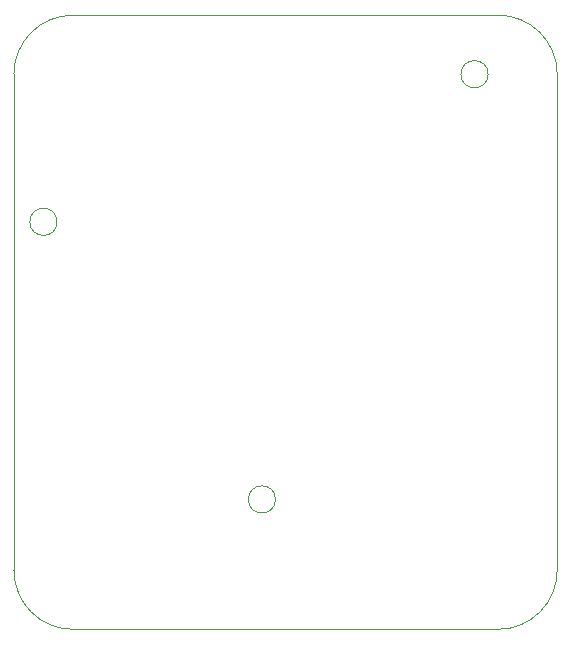
<source format=gbr>
%TF.GenerationSoftware,KiCad,Pcbnew,(5.1.10)-1*%
%TF.CreationDate,2021-07-29T02:28:10+01:00*%
%TF.ProjectId,STM32_MSB,53544d33-325f-44d5-9342-2e6b69636164,rev?*%
%TF.SameCoordinates,Original*%
%TF.FileFunction,Profile,NP*%
%FSLAX46Y46*%
G04 Gerber Fmt 4.6, Leading zero omitted, Abs format (unit mm)*
G04 Created by KiCad (PCBNEW (5.1.10)-1) date 2021-07-29 02:28:10*
%MOMM*%
%LPD*%
G01*
G04 APERTURE LIST*
%TA.AperFunction,Profile*%
%ADD10C,0.050000*%
%TD*%
G04 APERTURE END LIST*
D10*
X24652000Y-32500000D02*
G75*
G03*
X24652000Y-32500000I-1152000J0D01*
G01*
X61152000Y-20000000D02*
G75*
G03*
X61152000Y-20000000I-1152000J0D01*
G01*
X43152000Y-56000000D02*
G75*
G03*
X43152000Y-56000000I-1152000J0D01*
G01*
X26000000Y-67000000D02*
X62000000Y-67000000D01*
X67000000Y-62000000D02*
G75*
G02*
X62000000Y-67000000I-5000000J0D01*
G01*
X26000000Y-67000000D02*
G75*
G02*
X21000000Y-62000000I0J5000000D01*
G01*
X62000000Y-15000000D02*
G75*
G02*
X67000000Y-20000000I0J-5000000D01*
G01*
X21000000Y-20000000D02*
G75*
G02*
X26000000Y-15000000I5000000J0D01*
G01*
X67000000Y-20000000D02*
X67000000Y-62000000D01*
X26000000Y-15000000D02*
X62000000Y-15000000D01*
X21000000Y-62000000D02*
X21000000Y-20000000D01*
M02*

</source>
